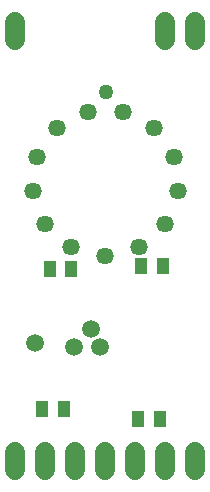
<source format=gbs>
G75*
%MOIN*%
%OFA0B0*%
%FSLAX25Y25*%
%IPPOS*%
%LPD*%
%AMOC8*
5,1,8,0,0,1.08239X$1,22.5*
%
%ADD10C,0.05761*%
%ADD11C,0.06800*%
%ADD12R,0.03950X0.05524*%
%ADD13C,0.05918*%
%ADD14C,0.04956*%
D10*
X0029845Y0080360D03*
X0021114Y0088095D03*
X0016978Y0099001D03*
X0018384Y0110580D03*
X0025010Y0120180D03*
X0035338Y0125600D03*
X0047002Y0125600D03*
X0057330Y0120180D03*
X0063956Y0110580D03*
X0065362Y0099001D03*
X0061226Y0088095D03*
X0052495Y0080360D03*
X0041170Y0077569D03*
D11*
X0011170Y0012100D02*
X0011170Y0006100D01*
X0021170Y0006100D02*
X0021170Y0012100D01*
X0031170Y0012100D02*
X0031170Y0006100D01*
X0041170Y0006100D02*
X0041170Y0012100D01*
X0051170Y0012100D02*
X0051170Y0006100D01*
X0061170Y0006100D02*
X0061170Y0012100D01*
X0071170Y0012100D02*
X0071170Y0006100D01*
X0071170Y0149407D02*
X0071170Y0155407D01*
X0061170Y0155407D02*
X0061170Y0149407D01*
X0011170Y0149407D02*
X0011170Y0155407D01*
D12*
X0022757Y0073013D03*
X0029843Y0073013D03*
X0053257Y0074013D03*
X0060343Y0074013D03*
X0059343Y0023013D03*
X0052257Y0023013D03*
X0027343Y0026513D03*
X0020257Y0026513D03*
D13*
X0030800Y0047013D03*
X0036300Y0053013D03*
X0039300Y0047013D03*
X0017800Y0048513D03*
D14*
X0041300Y0132013D03*
M02*

</source>
